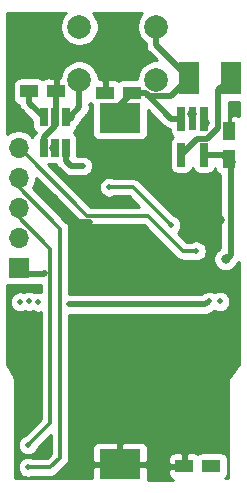
<source format=gbr>
G04 #@! TF.GenerationSoftware,KiCad,Pcbnew,(5.1.9)-1*
G04 #@! TF.CreationDate,2021-03-01T14:17:27+01:00*
G04 #@! TF.ProjectId,button timer v1.2.3_Coin_Cell[TPL5111],62757474-6f6e-4207-9469-6d6572207631,rev?*
G04 #@! TF.SameCoordinates,Original*
G04 #@! TF.FileFunction,Copper,L2,Bot*
G04 #@! TF.FilePolarity,Positive*
%FSLAX46Y46*%
G04 Gerber Fmt 4.6, Leading zero omitted, Abs format (unit mm)*
G04 Created by KiCad (PCBNEW (5.1.9)-1) date 2021-03-01 14:17:27*
%MOMM*%
%LPD*%
G01*
G04 APERTURE LIST*
G04 #@! TA.AperFunction,SMDPad,CuDef*
%ADD10R,0.650000X2.000000*%
G04 #@! TD*
G04 #@! TA.AperFunction,SMDPad,CuDef*
%ADD11C,0.150000*%
G04 #@! TD*
G04 #@! TA.AperFunction,SMDPad,CuDef*
%ADD12R,0.650000X1.500000*%
G04 #@! TD*
G04 #@! TA.AperFunction,SMDPad,CuDef*
%ADD13R,1.100000X1.500000*%
G04 #@! TD*
G04 #@! TA.AperFunction,SMDPad,CuDef*
%ADD14R,1.500000X1.100000*%
G04 #@! TD*
G04 #@! TA.AperFunction,ComponentPad*
%ADD15C,2.000000*%
G04 #@! TD*
G04 #@! TA.AperFunction,ComponentPad*
%ADD16O,1.700000X1.700000*%
G04 #@! TD*
G04 #@! TA.AperFunction,ComponentPad*
%ADD17R,1.700000X1.700000*%
G04 #@! TD*
G04 #@! TA.AperFunction,SMDPad,CuDef*
%ADD18R,1.778000X2.794000*%
G04 #@! TD*
G04 #@! TA.AperFunction,SMDPad,CuDef*
%ADD19R,3.510000X2.540000*%
G04 #@! TD*
G04 #@! TA.AperFunction,ViaPad*
%ADD20C,0.800000*%
G04 #@! TD*
G04 #@! TA.AperFunction,ViaPad*
%ADD21C,0.500000*%
G04 #@! TD*
G04 #@! TA.AperFunction,Conductor*
%ADD22C,0.500000*%
G04 #@! TD*
G04 #@! TA.AperFunction,Conductor*
%ADD23C,0.300000*%
G04 #@! TD*
G04 #@! TA.AperFunction,Conductor*
%ADD24C,0.254000*%
G04 #@! TD*
G04 #@! TA.AperFunction,Conductor*
%ADD25C,0.150000*%
G04 #@! TD*
G04 APERTURE END LIST*
D10*
G04 #@! TO.P,U1,5*
G04 #@! TO.N,Net-(L1-Pad2)*
X130980000Y-67220000D03*
G04 #@! TO.P,U1,4*
G04 #@! TO.N,/VCC*
X132880000Y-67220000D03*
G04 #@! TO.P,U1,3*
G04 #@! TO.N,Net-(Q1-Pad1)*
X132880000Y-64170000D03*
G04 #@! TA.AperFunction,SMDPad,CuDef*
D11*
G04 #@! TO.P,U1,2*
G04 #@! TO.N,/GND*
G36*
X131605000Y-63170000D02*
G01*
X132255000Y-63170000D01*
X132255000Y-65170000D01*
X131605000Y-65170000D01*
X131605000Y-63170000D01*
G37*
G04 #@! TD.AperFunction*
D10*
G04 #@! TO.P,U1,1*
G04 #@! TO.N,Net-(BT1-Pad1)*
X130980000Y-64170000D03*
G04 #@! TD*
D12*
G04 #@! TO.P,U3,5*
G04 #@! TO.N,Net-(R7-Pad1)*
X120270000Y-66640000D03*
G04 #@! TO.P,U3,6*
G04 #@! TO.N,/GND*
X119320000Y-66640000D03*
G04 #@! TO.P,U3,4*
G04 #@! TO.N,/GPIO4*
X121220000Y-66640000D03*
G04 #@! TO.P,U3,3*
G04 #@! TO.N,Net-(R6-Pad2)*
X121220000Y-64040000D03*
G04 #@! TO.P,U3,2*
G04 #@! TO.N,/GND*
X120270000Y-64040000D03*
G04 #@! TO.P,U3,1*
G04 #@! TO.N,Net-(BT1-Pad1)*
X119320000Y-64040000D03*
G04 #@! TD*
D13*
G04 #@! TO.P,C3,2*
G04 #@! TO.N,/GND*
X135000000Y-65250000D03*
G04 #@! TO.P,C3,1*
G04 #@! TO.N,/VCC*
X135000000Y-67550000D03*
G04 #@! TD*
D14*
G04 #@! TO.P,C5,2*
G04 #@! TO.N,Net-(BT1-Pad1)*
X118100000Y-61870000D03*
G04 #@! TO.P,C5,1*
G04 #@! TO.N,/GND*
X120400000Y-61870000D03*
G04 #@! TD*
G04 #@! TO.P,C1,2*
G04 #@! TO.N,Net-(BT1-Pad1)*
X126820000Y-62010000D03*
G04 #@! TO.P,C1,1*
G04 #@! TO.N,/GND*
X124520000Y-62010000D03*
G04 #@! TD*
G04 #@! TO.P,C2,2*
G04 #@! TO.N,/RST*
X133534800Y-93599000D03*
G04 #@! TO.P,C2,1*
G04 #@! TO.N,/GND*
X131234800Y-93599000D03*
G04 #@! TD*
D15*
G04 #@! TO.P,SW1,1*
G04 #@! TO.N,Net-(BT1-Pad1)*
X128850000Y-56380000D03*
G04 #@! TO.P,SW1,2*
G04 #@! TO.N,Net-(R6-Pad2)*
X128850000Y-60880000D03*
G04 #@! TO.P,SW1,1*
G04 #@! TO.N,Net-(BT1-Pad1)*
X122350000Y-56380000D03*
G04 #@! TO.P,SW1,2*
G04 #@! TO.N,Net-(R6-Pad2)*
X122350000Y-60880000D03*
G04 #@! TD*
D16*
G04 #@! TO.P,J1,5*
G04 #@! TO.N,/RST*
X117200000Y-66640000D03*
G04 #@! TO.P,J1,4*
G04 #@! TO.N,/TX*
X117200000Y-69180000D03*
G04 #@! TO.P,J1,3*
G04 #@! TO.N,/RX*
X117200000Y-71720000D03*
G04 #@! TO.P,J1,2*
G04 #@! TO.N,/GND*
X117200000Y-74260000D03*
D17*
G04 #@! TO.P,J1,1*
G04 #@! TO.N,/VCC*
X117200000Y-76800000D03*
G04 #@! TD*
D18*
G04 #@! TO.P,L1,1*
G04 #@! TO.N,Net-(BT1-Pad1)*
X131632000Y-60690000D03*
G04 #@! TO.P,L1,2*
G04 #@! TO.N,Net-(L1-Pad2)*
X135188000Y-60690000D03*
G04 #@! TD*
D19*
G04 #@! TO.P,BT1,2*
G04 #@! TO.N,/GND*
X125780800Y-93444200D03*
G04 #@! TO.P,BT1,1*
G04 #@! TO.N,Net-(BT1-Pad1)*
X125780800Y-64084200D03*
G04 #@! TD*
D20*
G04 #@! TO.N,/VCC*
X135175000Y-67850000D03*
X134721600Y-76053400D03*
D21*
X121500000Y-79900000D03*
X133350000Y-79650000D03*
X132400000Y-79900000D03*
X134250000Y-79650000D03*
X119400010Y-77239410D03*
G04 #@! TO.N,/GND*
X124400000Y-62000000D03*
X135100000Y-65300000D03*
X124100000Y-68100000D03*
X123100000Y-69900000D03*
X123275000Y-72925000D03*
X120325000Y-70775000D03*
X133300000Y-77300000D03*
X132800000Y-69075000D03*
D20*
X134275000Y-72775000D03*
X131425000Y-93675000D03*
X124875000Y-94050000D03*
X126050000Y-94075000D03*
X127025000Y-94125000D03*
X127025000Y-92875000D03*
X125975000Y-92875000D03*
X124800000Y-92875000D03*
X131900000Y-63775000D03*
X120400000Y-61870000D03*
D21*
X123300000Y-63000000D03*
G04 #@! TO.N,/RST*
X133300000Y-93650000D03*
X132257800Y-75368000D03*
G04 #@! TO.N,/RX*
X118000000Y-91800000D03*
G04 #@! TO.N,/TX*
X118000000Y-93700000D03*
G04 #@! TO.N,Net-(BT1-Pad1)*
X124500000Y-63400000D03*
X127100000Y-63400000D03*
X127100000Y-64900000D03*
X125900000Y-64800000D03*
X124600000Y-64800000D03*
X118100000Y-61870000D03*
G04 #@! TO.N,/GPIO4*
X122625000Y-68175000D03*
G04 #@! TO.N,Net-(D2-Pad2)*
X124875000Y-69975000D03*
X130100000Y-73200000D03*
D20*
G04 #@! TO.N,Net-(R6-Pad2)*
X121550000Y-64000000D03*
G04 #@! TO.N,Net-(R7-Pad1)*
X120200000Y-66675000D03*
G04 #@! TO.N,Net-(Q1-Pad1)*
X132975000Y-64525000D03*
D21*
G04 #@! TO.N,/GND_ESP*
X117325000Y-79675000D03*
X118825000Y-79700000D03*
X118100000Y-79650000D03*
G04 #@! TD*
D22*
G04 #@! TO.N,/VCC*
X134545000Y-67220000D02*
X135175000Y-67850000D01*
X132880000Y-67220000D02*
X134545000Y-67220000D01*
X135175000Y-67850000D02*
X135175000Y-75725000D01*
X135175000Y-75725000D02*
X134825000Y-76075000D01*
X121500000Y-79900000D02*
X132400000Y-79900000D01*
X133000000Y-79900000D02*
X133200000Y-79700000D01*
X132400000Y-79900000D02*
X133000000Y-79900000D01*
X116960000Y-77350000D02*
X119289420Y-77350000D01*
X119289420Y-77350000D02*
X119400010Y-77239410D01*
G04 #@! TO.N,/GND*
X120400000Y-63910000D02*
X120270000Y-64040000D01*
X120400000Y-61870000D02*
X120400000Y-63910000D01*
X120270000Y-64795002D02*
X120270000Y-64040000D01*
X119320000Y-65745002D02*
X120270000Y-64795002D01*
X119320000Y-66640000D02*
X119320000Y-65745002D01*
X120325000Y-70775000D02*
X120325000Y-71525000D01*
X121725000Y-72925000D02*
X123275000Y-72925000D01*
X120325000Y-71525000D02*
X121725000Y-72925000D01*
D23*
G04 #@! TO.N,/RST*
X116960000Y-67190000D02*
X117790000Y-67190000D01*
X123024999Y-72424999D02*
X128124999Y-72424999D01*
X117790000Y-67190000D02*
X123024999Y-72424999D01*
X128124999Y-72424999D02*
X131100000Y-75400000D01*
X131100000Y-75400000D02*
X132200000Y-75400000D01*
G04 #@! TO.N,/RX*
X118000000Y-91800000D02*
X119900011Y-89899989D01*
X119900011Y-89899989D02*
X119900011Y-75210011D01*
X119900011Y-75210011D02*
X116960000Y-72270000D01*
G04 #@! TO.N,/TX*
X119900000Y-93700000D02*
X118000000Y-93700000D01*
X120700000Y-92900000D02*
X119900000Y-93700000D01*
X120700000Y-73470000D02*
X120700000Y-92900000D01*
X116960000Y-69730000D02*
X120700000Y-73470000D01*
D22*
G04 #@! TO.N,Net-(BT1-Pad1)*
X125780800Y-63049200D02*
X126820000Y-62010000D01*
X125780800Y-64084200D02*
X125780800Y-63049200D01*
X126820000Y-62010000D02*
X127960000Y-62010000D01*
X130120000Y-64170000D02*
X130980000Y-64170000D01*
X127960000Y-62010000D02*
X130120000Y-64170000D01*
X128180001Y-62230001D02*
X127960000Y-62010000D01*
X130091999Y-62230001D02*
X128180001Y-62230001D01*
X131632000Y-60690000D02*
X130091999Y-62230001D01*
X118100000Y-62820000D02*
X119320000Y-64040000D01*
X118100000Y-61870000D02*
X118100000Y-61870000D01*
X128850000Y-57908000D02*
X131632000Y-60690000D01*
X128850000Y-56380000D02*
X128850000Y-57908000D01*
X118100000Y-61870000D02*
X118100000Y-62820000D01*
G04 #@! TO.N,Net-(L1-Pad2)*
X134099999Y-61778001D02*
X134099999Y-64950001D01*
X135188000Y-60690000D02*
X134099999Y-61778001D01*
X132330001Y-65869999D02*
X130980000Y-67220000D01*
X133180001Y-65869999D02*
X132330001Y-65869999D01*
X134099999Y-64950001D02*
X133180001Y-65869999D01*
G04 #@! TO.N,/GPIO4*
X121220000Y-66640000D02*
X121220000Y-67720000D01*
X121220000Y-67720000D02*
X121675000Y-68175000D01*
X121675000Y-68175000D02*
X122625000Y-68175000D01*
D23*
G04 #@! TO.N,Net-(D2-Pad2)*
X124875000Y-69975000D02*
X126875000Y-69975000D01*
X126875000Y-69975000D02*
X130100000Y-73200000D01*
D22*
G04 #@! TO.N,Net-(R6-Pad2)*
X122350000Y-63200000D02*
X121550000Y-64000000D01*
X122350000Y-60880000D02*
X122350000Y-63200000D01*
G04 #@! TD*
D24*
G04 #@! TO.N,/GND*
X131953000Y-92411138D02*
X131520550Y-92414000D01*
X131361800Y-92572750D01*
X131361800Y-93472000D01*
X131381800Y-93472000D01*
X131381800Y-93726000D01*
X131361800Y-93726000D01*
X131361800Y-93746000D01*
X131107800Y-93746000D01*
X131107800Y-93726000D01*
X130008550Y-93726000D01*
X129849800Y-93884750D01*
X129846728Y-94149000D01*
X129858988Y-94273482D01*
X129895298Y-94393180D01*
X129954263Y-94503494D01*
X130033615Y-94600185D01*
X130130306Y-94679537D01*
X130240620Y-94738502D01*
X130252151Y-94742000D01*
X128171134Y-94742000D01*
X128173872Y-94714200D01*
X128170800Y-93729950D01*
X128012050Y-93571200D01*
X125907800Y-93571200D01*
X125907800Y-93591200D01*
X125653800Y-93591200D01*
X125653800Y-93571200D01*
X125633800Y-93571200D01*
X125633800Y-93317200D01*
X125653800Y-93317200D01*
X125653800Y-93297200D01*
X125907800Y-93297200D01*
X125907800Y-93317200D01*
X128012050Y-93317200D01*
X128170800Y-93158450D01*
X128171141Y-93049000D01*
X129846728Y-93049000D01*
X129849800Y-93313250D01*
X130008550Y-93472000D01*
X131107800Y-93472000D01*
X131107800Y-92572750D01*
X130949050Y-92414000D01*
X130484800Y-92410928D01*
X130360318Y-92423188D01*
X130240620Y-92459498D01*
X130130306Y-92518463D01*
X130033615Y-92597815D01*
X129954263Y-92694506D01*
X129895298Y-92804820D01*
X129858988Y-92924518D01*
X129846728Y-93049000D01*
X128171141Y-93049000D01*
X128173785Y-92202000D01*
X131953000Y-92202000D01*
X131953000Y-92411138D01*
G04 #@! TA.AperFunction,Conductor*
D25*
G36*
X131953000Y-92411138D02*
G01*
X131520550Y-92414000D01*
X131361800Y-92572750D01*
X131361800Y-93472000D01*
X131381800Y-93472000D01*
X131381800Y-93726000D01*
X131361800Y-93726000D01*
X131361800Y-93746000D01*
X131107800Y-93746000D01*
X131107800Y-93726000D01*
X130008550Y-93726000D01*
X129849800Y-93884750D01*
X129846728Y-94149000D01*
X129858988Y-94273482D01*
X129895298Y-94393180D01*
X129954263Y-94503494D01*
X130033615Y-94600185D01*
X130130306Y-94679537D01*
X130240620Y-94738502D01*
X130252151Y-94742000D01*
X128171134Y-94742000D01*
X128173872Y-94714200D01*
X128170800Y-93729950D01*
X128012050Y-93571200D01*
X125907800Y-93571200D01*
X125907800Y-93591200D01*
X125653800Y-93591200D01*
X125653800Y-93571200D01*
X125633800Y-93571200D01*
X125633800Y-93317200D01*
X125653800Y-93317200D01*
X125653800Y-93297200D01*
X125907800Y-93297200D01*
X125907800Y-93317200D01*
X128012050Y-93317200D01*
X128170800Y-93158450D01*
X128171141Y-93049000D01*
X129846728Y-93049000D01*
X129849800Y-93313250D01*
X130008550Y-93472000D01*
X131107800Y-93472000D01*
X131107800Y-92572750D01*
X130949050Y-92414000D01*
X130484800Y-92410928D01*
X130360318Y-92423188D01*
X130240620Y-92459498D01*
X130130306Y-92518463D01*
X130033615Y-92597815D01*
X129954263Y-92694506D01*
X129895298Y-92804820D01*
X129858988Y-92924518D01*
X129846728Y-93049000D01*
X128171141Y-93049000D01*
X128173785Y-92202000D01*
X131953000Y-92202000D01*
X131953000Y-92411138D01*
G37*
G04 #@! TD.AperFunction*
G04 #@! TD*
D24*
G04 #@! TO.N,/GND*
X123239463Y-62914494D02*
X123318815Y-63011185D01*
X123387728Y-63067740D01*
X123387728Y-65354200D01*
X123399988Y-65478682D01*
X123436298Y-65598380D01*
X123495263Y-65708694D01*
X123574615Y-65805385D01*
X123671306Y-65884737D01*
X123781620Y-65943702D01*
X123901318Y-65980012D01*
X124025800Y-65992272D01*
X127535800Y-65992272D01*
X127660282Y-65980012D01*
X127779980Y-65943702D01*
X127890294Y-65884737D01*
X127986985Y-65805385D01*
X128066337Y-65708694D01*
X128125302Y-65598380D01*
X128161612Y-65478682D01*
X128173872Y-65354200D01*
X128173872Y-63475450D01*
X129463470Y-64765049D01*
X129491183Y-64798817D01*
X129524951Y-64826530D01*
X129524953Y-64826532D01*
X129596452Y-64885210D01*
X129625941Y-64909411D01*
X129779687Y-64991589D01*
X129946510Y-65042195D01*
X130016928Y-65049130D01*
X130016928Y-65170000D01*
X130029188Y-65294482D01*
X130065498Y-65414180D01*
X130124463Y-65524494D01*
X130203815Y-65621185D01*
X130293759Y-65695000D01*
X130203815Y-65768815D01*
X130124463Y-65865506D01*
X130065498Y-65975820D01*
X130029188Y-66095518D01*
X130016928Y-66220000D01*
X130016928Y-68220000D01*
X130029188Y-68344482D01*
X130065498Y-68464180D01*
X130124463Y-68574494D01*
X130203815Y-68671185D01*
X130300506Y-68750537D01*
X130410820Y-68809502D01*
X130530518Y-68845812D01*
X130655000Y-68858072D01*
X131305000Y-68858072D01*
X131429482Y-68845812D01*
X131549180Y-68809502D01*
X131659494Y-68750537D01*
X131756185Y-68671185D01*
X131835537Y-68574494D01*
X131894502Y-68464180D01*
X131930000Y-68347159D01*
X131965498Y-68464180D01*
X132024463Y-68574494D01*
X132103815Y-68671185D01*
X132200506Y-68750537D01*
X132310820Y-68809502D01*
X132430518Y-68845812D01*
X132555000Y-68858072D01*
X133205000Y-68858072D01*
X133329482Y-68845812D01*
X133449180Y-68809502D01*
X133559494Y-68750537D01*
X133656185Y-68671185D01*
X133735537Y-68574494D01*
X133794502Y-68464180D01*
X133819864Y-68380574D01*
X133824188Y-68424482D01*
X133860498Y-68544180D01*
X133919463Y-68654494D01*
X133998815Y-68751185D01*
X134095506Y-68830537D01*
X134205820Y-68889502D01*
X134290000Y-68915038D01*
X134290001Y-75111898D01*
X134231344Y-75136195D01*
X134061826Y-75249463D01*
X133917663Y-75393626D01*
X133804395Y-75563144D01*
X133726374Y-75751502D01*
X133686600Y-75951461D01*
X133686600Y-76155339D01*
X133726374Y-76355298D01*
X133804395Y-76543656D01*
X133917663Y-76713174D01*
X134061826Y-76857337D01*
X134231344Y-76970605D01*
X134419702Y-77048626D01*
X134619661Y-77088400D01*
X134823539Y-77088400D01*
X135023498Y-77048626D01*
X135211856Y-76970605D01*
X135381374Y-76857337D01*
X135525537Y-76713174D01*
X135638805Y-76543656D01*
X135660643Y-76490935D01*
X135770044Y-76381534D01*
X135803817Y-76353817D01*
X135840001Y-76309727D01*
X135840001Y-78071344D01*
X135840000Y-78071354D01*
X135840001Y-80611344D01*
X135840000Y-80611354D01*
X135840001Y-84917666D01*
X135200464Y-85831291D01*
X135149289Y-85873290D01*
X135063688Y-85977594D01*
X135000081Y-86096595D01*
X134960912Y-86225718D01*
X134951000Y-86326354D01*
X134951001Y-94623000D01*
X134708185Y-94623000D01*
X134735985Y-94600185D01*
X134815337Y-94503494D01*
X134874302Y-94393180D01*
X134910612Y-94273482D01*
X134922872Y-94149000D01*
X134922872Y-93049000D01*
X134910612Y-92924518D01*
X134874302Y-92804820D01*
X134815337Y-92694506D01*
X134735985Y-92597815D01*
X134639294Y-92518463D01*
X134528980Y-92459498D01*
X134409282Y-92423188D01*
X134284800Y-92410928D01*
X132784800Y-92410928D01*
X132660318Y-92423188D01*
X132540620Y-92459498D01*
X132430306Y-92518463D01*
X132384800Y-92555809D01*
X132339294Y-92518463D01*
X132228980Y-92459498D01*
X132109282Y-92423188D01*
X131984800Y-92410928D01*
X131520550Y-92414000D01*
X131361800Y-92572750D01*
X131361800Y-93472000D01*
X131381800Y-93472000D01*
X131381800Y-93726000D01*
X131361800Y-93726000D01*
X131361800Y-93746000D01*
X131107800Y-93746000D01*
X131107800Y-93726000D01*
X130008550Y-93726000D01*
X129849800Y-93884750D01*
X129846728Y-94149000D01*
X129858988Y-94273482D01*
X129895298Y-94393180D01*
X129954263Y-94503494D01*
X130033615Y-94600185D01*
X130061415Y-94623000D01*
X128173587Y-94623000D01*
X128170800Y-93729950D01*
X128012050Y-93571200D01*
X125907800Y-93571200D01*
X125907800Y-93591200D01*
X125653800Y-93591200D01*
X125653800Y-93571200D01*
X123549550Y-93571200D01*
X123390800Y-93729950D01*
X123388013Y-94623000D01*
X116890000Y-94623000D01*
X116890000Y-86326353D01*
X116880088Y-86225717D01*
X116840919Y-86096594D01*
X116777312Y-85977593D01*
X116725198Y-85914093D01*
X116255000Y-84907054D01*
X116255000Y-78278716D01*
X116350000Y-78288072D01*
X118050000Y-78288072D01*
X118174482Y-78275812D01*
X118294180Y-78239502D01*
X118302603Y-78235000D01*
X119115012Y-78235000D01*
X119115012Y-78862210D01*
X119083145Y-78849010D01*
X118912165Y-78815000D01*
X118737835Y-78815000D01*
X118566855Y-78849010D01*
X118521999Y-78867590D01*
X118519205Y-78865723D01*
X118358145Y-78799010D01*
X118187165Y-78765000D01*
X118012835Y-78765000D01*
X117841855Y-78799010D01*
X117682322Y-78865090D01*
X117583145Y-78824010D01*
X117412165Y-78790000D01*
X117237835Y-78790000D01*
X117066855Y-78824010D01*
X116905795Y-78890723D01*
X116760845Y-78987576D01*
X116637576Y-79110845D01*
X116540723Y-79255795D01*
X116474010Y-79416855D01*
X116440000Y-79587835D01*
X116440000Y-79762165D01*
X116474010Y-79933145D01*
X116540723Y-80094205D01*
X116637576Y-80239155D01*
X116760845Y-80362424D01*
X116905795Y-80459277D01*
X117066855Y-80525990D01*
X117237835Y-80560000D01*
X117412165Y-80560000D01*
X117583145Y-80525990D01*
X117742678Y-80459910D01*
X117841855Y-80500990D01*
X118012835Y-80535000D01*
X118187165Y-80535000D01*
X118358145Y-80500990D01*
X118403001Y-80482410D01*
X118405795Y-80484277D01*
X118566855Y-80550990D01*
X118737835Y-80585000D01*
X118912165Y-80585000D01*
X119083145Y-80550990D01*
X119115012Y-80537790D01*
X119115011Y-89574831D01*
X117740110Y-90949733D01*
X117580795Y-91015723D01*
X117435845Y-91112576D01*
X117312576Y-91235845D01*
X117215723Y-91380795D01*
X117149010Y-91541855D01*
X117115000Y-91712835D01*
X117115000Y-91887165D01*
X117149010Y-92058145D01*
X117215723Y-92219205D01*
X117312576Y-92364155D01*
X117435845Y-92487424D01*
X117580795Y-92584277D01*
X117741855Y-92650990D01*
X117912835Y-92685000D01*
X118087165Y-92685000D01*
X118258145Y-92650990D01*
X118419205Y-92584277D01*
X118564155Y-92487424D01*
X118687424Y-92364155D01*
X118784277Y-92219205D01*
X118850267Y-92059890D01*
X119915001Y-90995157D01*
X119915001Y-92574842D01*
X119574843Y-92915000D01*
X118417460Y-92915000D01*
X118258145Y-92849010D01*
X118087165Y-92815000D01*
X117912835Y-92815000D01*
X117741855Y-92849010D01*
X117580795Y-92915723D01*
X117435845Y-93012576D01*
X117312576Y-93135845D01*
X117215723Y-93280795D01*
X117149010Y-93441855D01*
X117115000Y-93612835D01*
X117115000Y-93787165D01*
X117149010Y-93958145D01*
X117215723Y-94119205D01*
X117312576Y-94264155D01*
X117435845Y-94387424D01*
X117580795Y-94484277D01*
X117741855Y-94550990D01*
X117912835Y-94585000D01*
X118087165Y-94585000D01*
X118258145Y-94550990D01*
X118417460Y-94485000D01*
X119861447Y-94485000D01*
X119900000Y-94488797D01*
X119938553Y-94485000D01*
X119938561Y-94485000D01*
X120053887Y-94473641D01*
X120201860Y-94428754D01*
X120338233Y-94355862D01*
X120457764Y-94257764D01*
X120482347Y-94227810D01*
X121227810Y-93482347D01*
X121257764Y-93457764D01*
X121355862Y-93338233D01*
X121428754Y-93201860D01*
X121437755Y-93172188D01*
X121473642Y-93053887D01*
X121481781Y-92971246D01*
X121485000Y-92938561D01*
X121485000Y-92938556D01*
X121488797Y-92900000D01*
X121485000Y-92861444D01*
X121485000Y-92174200D01*
X123387728Y-92174200D01*
X123390800Y-93158450D01*
X123549550Y-93317200D01*
X125653800Y-93317200D01*
X125653800Y-91697950D01*
X125907800Y-91697950D01*
X125907800Y-93317200D01*
X128012050Y-93317200D01*
X128170800Y-93158450D01*
X128171141Y-93049000D01*
X129846728Y-93049000D01*
X129849800Y-93313250D01*
X130008550Y-93472000D01*
X131107800Y-93472000D01*
X131107800Y-92572750D01*
X130949050Y-92414000D01*
X130484800Y-92410928D01*
X130360318Y-92423188D01*
X130240620Y-92459498D01*
X130130306Y-92518463D01*
X130033615Y-92597815D01*
X129954263Y-92694506D01*
X129895298Y-92804820D01*
X129858988Y-92924518D01*
X129846728Y-93049000D01*
X128171141Y-93049000D01*
X128173872Y-92174200D01*
X128161612Y-92049718D01*
X128125302Y-91930020D01*
X128066337Y-91819706D01*
X127986985Y-91723015D01*
X127890294Y-91643663D01*
X127779980Y-91584698D01*
X127660282Y-91548388D01*
X127535800Y-91536128D01*
X126066550Y-91539200D01*
X125907800Y-91697950D01*
X125653800Y-91697950D01*
X125495050Y-91539200D01*
X124025800Y-91536128D01*
X123901318Y-91548388D01*
X123781620Y-91584698D01*
X123671306Y-91643663D01*
X123574615Y-91723015D01*
X123495263Y-91819706D01*
X123436298Y-91930020D01*
X123399988Y-92049718D01*
X123387728Y-92174200D01*
X121485000Y-92174200D01*
X121485000Y-80785000D01*
X132956531Y-80785000D01*
X133000000Y-80789281D01*
X133043469Y-80785000D01*
X133043477Y-80785000D01*
X133173490Y-80772195D01*
X133340313Y-80721589D01*
X133494059Y-80639411D01*
X133628817Y-80528817D01*
X133656534Y-80495044D01*
X133680600Y-80470978D01*
X133769205Y-80434277D01*
X133800000Y-80413700D01*
X133830795Y-80434277D01*
X133991855Y-80500990D01*
X134162835Y-80535000D01*
X134337165Y-80535000D01*
X134508145Y-80500990D01*
X134669205Y-80434277D01*
X134814155Y-80337424D01*
X134937424Y-80214155D01*
X135034277Y-80069205D01*
X135100990Y-79908145D01*
X135135000Y-79737165D01*
X135135000Y-79562835D01*
X135100990Y-79391855D01*
X135034277Y-79230795D01*
X134937424Y-79085845D01*
X134814155Y-78962576D01*
X134669205Y-78865723D01*
X134508145Y-78799010D01*
X134337165Y-78765000D01*
X134162835Y-78765000D01*
X133991855Y-78799010D01*
X133830795Y-78865723D01*
X133800000Y-78886300D01*
X133769205Y-78865723D01*
X133608145Y-78799010D01*
X133437165Y-78765000D01*
X133262835Y-78765000D01*
X133091855Y-78799010D01*
X133010919Y-78832535D01*
X132859687Y-78878412D01*
X132705942Y-78960589D01*
X132639642Y-79015000D01*
X121485000Y-79015000D01*
X121485000Y-73508556D01*
X121488797Y-73470000D01*
X121485000Y-73431440D01*
X121485000Y-73431439D01*
X121477362Y-73353887D01*
X121473642Y-73316113D01*
X121428754Y-73168140D01*
X121399193Y-73112835D01*
X121355862Y-73031767D01*
X121257764Y-72912236D01*
X121227811Y-72887654D01*
X118398862Y-70058705D01*
X118515990Y-69883411D01*
X118627932Y-69613158D01*
X118685000Y-69326260D01*
X118685000Y-69195157D01*
X122442652Y-72952809D01*
X122467235Y-72982763D01*
X122586766Y-73080861D01*
X122712249Y-73147932D01*
X122723139Y-73153753D01*
X122871112Y-73198641D01*
X122946025Y-73206019D01*
X122986438Y-73209999D01*
X122986443Y-73209999D01*
X123024999Y-73213796D01*
X123063555Y-73209999D01*
X127799842Y-73209999D01*
X130517653Y-75927810D01*
X130542236Y-75957764D01*
X130661767Y-76055862D01*
X130798140Y-76128754D01*
X130946113Y-76173642D01*
X131021026Y-76181020D01*
X131061439Y-76185000D01*
X131061444Y-76185000D01*
X131100000Y-76188797D01*
X131138556Y-76185000D01*
X131917596Y-76185000D01*
X131999655Y-76218990D01*
X132170635Y-76253000D01*
X132344965Y-76253000D01*
X132515945Y-76218990D01*
X132677005Y-76152277D01*
X132821955Y-76055424D01*
X132945224Y-75932155D01*
X133042077Y-75787205D01*
X133108790Y-75626145D01*
X133142800Y-75455165D01*
X133142800Y-75280835D01*
X133108790Y-75109855D01*
X133042077Y-74948795D01*
X132945224Y-74803845D01*
X132821955Y-74680576D01*
X132677005Y-74583723D01*
X132515945Y-74517010D01*
X132344965Y-74483000D01*
X132170635Y-74483000D01*
X131999655Y-74517010D01*
X131838595Y-74583723D01*
X131791786Y-74615000D01*
X131425157Y-74615000D01*
X130680868Y-73870711D01*
X130787424Y-73764155D01*
X130884277Y-73619205D01*
X130950990Y-73458145D01*
X130985000Y-73287165D01*
X130985000Y-73112835D01*
X130950990Y-72941855D01*
X130884277Y-72780795D01*
X130787424Y-72635845D01*
X130664155Y-72512576D01*
X130519205Y-72415723D01*
X130359890Y-72349733D01*
X127457347Y-69447190D01*
X127432764Y-69417236D01*
X127313233Y-69319138D01*
X127176860Y-69246246D01*
X127028887Y-69201359D01*
X126913561Y-69190000D01*
X126913553Y-69190000D01*
X126875000Y-69186203D01*
X126836447Y-69190000D01*
X125292460Y-69190000D01*
X125133145Y-69124010D01*
X124962165Y-69090000D01*
X124787835Y-69090000D01*
X124616855Y-69124010D01*
X124455795Y-69190723D01*
X124310845Y-69287576D01*
X124187576Y-69410845D01*
X124090723Y-69555795D01*
X124024010Y-69716855D01*
X123990000Y-69887835D01*
X123990000Y-70062165D01*
X124024010Y-70233145D01*
X124090723Y-70394205D01*
X124187576Y-70539155D01*
X124310845Y-70662424D01*
X124455795Y-70759277D01*
X124616855Y-70825990D01*
X124787835Y-70860000D01*
X124962165Y-70860000D01*
X125133145Y-70825990D01*
X125292460Y-70760000D01*
X126549843Y-70760000D01*
X127429842Y-71639999D01*
X123350156Y-71639999D01*
X119729870Y-68019713D01*
X119769482Y-68015812D01*
X119795000Y-68008071D01*
X119820518Y-68015812D01*
X119945000Y-68028072D01*
X120388631Y-68028072D01*
X120398412Y-68060313D01*
X120480590Y-68214059D01*
X120563468Y-68315046D01*
X120563471Y-68315049D01*
X120591184Y-68348817D01*
X120624952Y-68376530D01*
X121018466Y-68770044D01*
X121046183Y-68803817D01*
X121180941Y-68914411D01*
X121334687Y-68996589D01*
X121501510Y-69047195D01*
X121631523Y-69060000D01*
X121631533Y-69060000D01*
X121674999Y-69064281D01*
X121718465Y-69060000D01*
X122712165Y-69060000D01*
X122755013Y-69051477D01*
X122798490Y-69047195D01*
X122840295Y-69034513D01*
X122883145Y-69025990D01*
X122923513Y-69009269D01*
X122965313Y-68996589D01*
X123003835Y-68975999D01*
X123044205Y-68959277D01*
X123080533Y-68935004D01*
X123119059Y-68914411D01*
X123152829Y-68886696D01*
X123189155Y-68862424D01*
X123220049Y-68831530D01*
X123253817Y-68803817D01*
X123281530Y-68770049D01*
X123312424Y-68739155D01*
X123336696Y-68702829D01*
X123364411Y-68669059D01*
X123385004Y-68630533D01*
X123409277Y-68594205D01*
X123425999Y-68553835D01*
X123446589Y-68515313D01*
X123459269Y-68473513D01*
X123475990Y-68433145D01*
X123484513Y-68390295D01*
X123497195Y-68348490D01*
X123501477Y-68305013D01*
X123510000Y-68262165D01*
X123510000Y-68218477D01*
X123514282Y-68175000D01*
X123510000Y-68131523D01*
X123510000Y-68087835D01*
X123501477Y-68044987D01*
X123497195Y-68001510D01*
X123484513Y-67959705D01*
X123475990Y-67916855D01*
X123459269Y-67876487D01*
X123446589Y-67834687D01*
X123425999Y-67796165D01*
X123409277Y-67755795D01*
X123385004Y-67719467D01*
X123364411Y-67680941D01*
X123336696Y-67647171D01*
X123312424Y-67610845D01*
X123281530Y-67579951D01*
X123253817Y-67546183D01*
X123220049Y-67518470D01*
X123189155Y-67487576D01*
X123152829Y-67463304D01*
X123119059Y-67435589D01*
X123080533Y-67414996D01*
X123044205Y-67390723D01*
X123003835Y-67374001D01*
X122965313Y-67353411D01*
X122923513Y-67340731D01*
X122883145Y-67324010D01*
X122840295Y-67315487D01*
X122798490Y-67302805D01*
X122755013Y-67298523D01*
X122712165Y-67290000D01*
X122183072Y-67290000D01*
X122183072Y-65890000D01*
X122170812Y-65765518D01*
X122134502Y-65645820D01*
X122075537Y-65535506D01*
X121996185Y-65438815D01*
X121899494Y-65359463D01*
X121863082Y-65340000D01*
X121899494Y-65320537D01*
X121996185Y-65241185D01*
X122075537Y-65144494D01*
X122134502Y-65034180D01*
X122170812Y-64914482D01*
X122179722Y-64824017D01*
X122209774Y-64803937D01*
X122353937Y-64659774D01*
X122467205Y-64490256D01*
X122545226Y-64301898D01*
X122556535Y-64245044D01*
X122945049Y-63856530D01*
X122978817Y-63828817D01*
X123011815Y-63788610D01*
X123089411Y-63694059D01*
X123090407Y-63692195D01*
X123171589Y-63540313D01*
X123222195Y-63373490D01*
X123235000Y-63243477D01*
X123235000Y-63243469D01*
X123239281Y-63200000D01*
X123235000Y-63156531D01*
X123235000Y-62906144D01*
X123239463Y-62914494D01*
G04 #@! TA.AperFunction,Conductor*
D25*
G36*
X123239463Y-62914494D02*
G01*
X123318815Y-63011185D01*
X123387728Y-63067740D01*
X123387728Y-65354200D01*
X123399988Y-65478682D01*
X123436298Y-65598380D01*
X123495263Y-65708694D01*
X123574615Y-65805385D01*
X123671306Y-65884737D01*
X123781620Y-65943702D01*
X123901318Y-65980012D01*
X124025800Y-65992272D01*
X127535800Y-65992272D01*
X127660282Y-65980012D01*
X127779980Y-65943702D01*
X127890294Y-65884737D01*
X127986985Y-65805385D01*
X128066337Y-65708694D01*
X128125302Y-65598380D01*
X128161612Y-65478682D01*
X128173872Y-65354200D01*
X128173872Y-63475450D01*
X129463470Y-64765049D01*
X129491183Y-64798817D01*
X129524951Y-64826530D01*
X129524953Y-64826532D01*
X129596452Y-64885210D01*
X129625941Y-64909411D01*
X129779687Y-64991589D01*
X129946510Y-65042195D01*
X130016928Y-65049130D01*
X130016928Y-65170000D01*
X130029188Y-65294482D01*
X130065498Y-65414180D01*
X130124463Y-65524494D01*
X130203815Y-65621185D01*
X130293759Y-65695000D01*
X130203815Y-65768815D01*
X130124463Y-65865506D01*
X130065498Y-65975820D01*
X130029188Y-66095518D01*
X130016928Y-66220000D01*
X130016928Y-68220000D01*
X130029188Y-68344482D01*
X130065498Y-68464180D01*
X130124463Y-68574494D01*
X130203815Y-68671185D01*
X130300506Y-68750537D01*
X130410820Y-68809502D01*
X130530518Y-68845812D01*
X130655000Y-68858072D01*
X131305000Y-68858072D01*
X131429482Y-68845812D01*
X131549180Y-68809502D01*
X131659494Y-68750537D01*
X131756185Y-68671185D01*
X131835537Y-68574494D01*
X131894502Y-68464180D01*
X131930000Y-68347159D01*
X131965498Y-68464180D01*
X132024463Y-68574494D01*
X132103815Y-68671185D01*
X132200506Y-68750537D01*
X132310820Y-68809502D01*
X132430518Y-68845812D01*
X132555000Y-68858072D01*
X133205000Y-68858072D01*
X133329482Y-68845812D01*
X133449180Y-68809502D01*
X133559494Y-68750537D01*
X133656185Y-68671185D01*
X133735537Y-68574494D01*
X133794502Y-68464180D01*
X133819864Y-68380574D01*
X133824188Y-68424482D01*
X133860498Y-68544180D01*
X133919463Y-68654494D01*
X133998815Y-68751185D01*
X134095506Y-68830537D01*
X134205820Y-68889502D01*
X134290000Y-68915038D01*
X134290001Y-75111898D01*
X134231344Y-75136195D01*
X134061826Y-75249463D01*
X133917663Y-75393626D01*
X133804395Y-75563144D01*
X133726374Y-75751502D01*
X133686600Y-75951461D01*
X133686600Y-76155339D01*
X133726374Y-76355298D01*
X133804395Y-76543656D01*
X133917663Y-76713174D01*
X134061826Y-76857337D01*
X134231344Y-76970605D01*
X134419702Y-77048626D01*
X134619661Y-77088400D01*
X134823539Y-77088400D01*
X135023498Y-77048626D01*
X135211856Y-76970605D01*
X135381374Y-76857337D01*
X135525537Y-76713174D01*
X135638805Y-76543656D01*
X135660643Y-76490935D01*
X135770044Y-76381534D01*
X135803817Y-76353817D01*
X135840001Y-76309727D01*
X135840001Y-78071344D01*
X135840000Y-78071354D01*
X135840001Y-80611344D01*
X135840000Y-80611354D01*
X135840001Y-84917666D01*
X135200464Y-85831291D01*
X135149289Y-85873290D01*
X135063688Y-85977594D01*
X135000081Y-86096595D01*
X134960912Y-86225718D01*
X134951000Y-86326354D01*
X134951001Y-94623000D01*
X134708185Y-94623000D01*
X134735985Y-94600185D01*
X134815337Y-94503494D01*
X134874302Y-94393180D01*
X134910612Y-94273482D01*
X134922872Y-94149000D01*
X134922872Y-93049000D01*
X134910612Y-92924518D01*
X134874302Y-92804820D01*
X134815337Y-92694506D01*
X134735985Y-92597815D01*
X134639294Y-92518463D01*
X134528980Y-92459498D01*
X134409282Y-92423188D01*
X134284800Y-92410928D01*
X132784800Y-92410928D01*
X132660318Y-92423188D01*
X132540620Y-92459498D01*
X132430306Y-92518463D01*
X132384800Y-92555809D01*
X132339294Y-92518463D01*
X132228980Y-92459498D01*
X132109282Y-92423188D01*
X131984800Y-92410928D01*
X131520550Y-92414000D01*
X131361800Y-92572750D01*
X131361800Y-93472000D01*
X131381800Y-93472000D01*
X131381800Y-93726000D01*
X131361800Y-93726000D01*
X131361800Y-93746000D01*
X131107800Y-93746000D01*
X131107800Y-93726000D01*
X130008550Y-93726000D01*
X129849800Y-93884750D01*
X129846728Y-94149000D01*
X129858988Y-94273482D01*
X129895298Y-94393180D01*
X129954263Y-94503494D01*
X130033615Y-94600185D01*
X130061415Y-94623000D01*
X128173587Y-94623000D01*
X128170800Y-93729950D01*
X128012050Y-93571200D01*
X125907800Y-93571200D01*
X125907800Y-93591200D01*
X125653800Y-93591200D01*
X125653800Y-93571200D01*
X123549550Y-93571200D01*
X123390800Y-93729950D01*
X123388013Y-94623000D01*
X116890000Y-94623000D01*
X116890000Y-86326353D01*
X116880088Y-86225717D01*
X116840919Y-86096594D01*
X116777312Y-85977593D01*
X116725198Y-85914093D01*
X116255000Y-84907054D01*
X116255000Y-78278716D01*
X116350000Y-78288072D01*
X118050000Y-78288072D01*
X118174482Y-78275812D01*
X118294180Y-78239502D01*
X118302603Y-78235000D01*
X119115012Y-78235000D01*
X119115012Y-78862210D01*
X119083145Y-78849010D01*
X118912165Y-78815000D01*
X118737835Y-78815000D01*
X118566855Y-78849010D01*
X118521999Y-78867590D01*
X118519205Y-78865723D01*
X118358145Y-78799010D01*
X118187165Y-78765000D01*
X118012835Y-78765000D01*
X117841855Y-78799010D01*
X117682322Y-78865090D01*
X117583145Y-78824010D01*
X117412165Y-78790000D01*
X117237835Y-78790000D01*
X117066855Y-78824010D01*
X116905795Y-78890723D01*
X116760845Y-78987576D01*
X116637576Y-79110845D01*
X116540723Y-79255795D01*
X116474010Y-79416855D01*
X116440000Y-79587835D01*
X116440000Y-79762165D01*
X116474010Y-79933145D01*
X116540723Y-80094205D01*
X116637576Y-80239155D01*
X116760845Y-80362424D01*
X116905795Y-80459277D01*
X117066855Y-80525990D01*
X117237835Y-80560000D01*
X117412165Y-80560000D01*
X117583145Y-80525990D01*
X117742678Y-80459910D01*
X117841855Y-80500990D01*
X118012835Y-80535000D01*
X118187165Y-80535000D01*
X118358145Y-80500990D01*
X118403001Y-80482410D01*
X118405795Y-80484277D01*
X118566855Y-80550990D01*
X118737835Y-80585000D01*
X118912165Y-80585000D01*
X119083145Y-80550990D01*
X119115012Y-80537790D01*
X119115011Y-89574831D01*
X117740110Y-90949733D01*
X117580795Y-91015723D01*
X117435845Y-91112576D01*
X117312576Y-91235845D01*
X117215723Y-91380795D01*
X117149010Y-91541855D01*
X117115000Y-91712835D01*
X117115000Y-91887165D01*
X117149010Y-92058145D01*
X117215723Y-92219205D01*
X117312576Y-92364155D01*
X117435845Y-92487424D01*
X117580795Y-92584277D01*
X117741855Y-92650990D01*
X117912835Y-92685000D01*
X118087165Y-92685000D01*
X118258145Y-92650990D01*
X118419205Y-92584277D01*
X118564155Y-92487424D01*
X118687424Y-92364155D01*
X118784277Y-92219205D01*
X118850267Y-92059890D01*
X119915001Y-90995157D01*
X119915001Y-92574842D01*
X119574843Y-92915000D01*
X118417460Y-92915000D01*
X118258145Y-92849010D01*
X118087165Y-92815000D01*
X117912835Y-92815000D01*
X117741855Y-92849010D01*
X117580795Y-92915723D01*
X117435845Y-93012576D01*
X117312576Y-93135845D01*
X117215723Y-93280795D01*
X117149010Y-93441855D01*
X117115000Y-93612835D01*
X117115000Y-93787165D01*
X117149010Y-93958145D01*
X117215723Y-94119205D01*
X117312576Y-94264155D01*
X117435845Y-94387424D01*
X117580795Y-94484277D01*
X117741855Y-94550990D01*
X117912835Y-94585000D01*
X118087165Y-94585000D01*
X118258145Y-94550990D01*
X118417460Y-94485000D01*
X119861447Y-94485000D01*
X119900000Y-94488797D01*
X119938553Y-94485000D01*
X119938561Y-94485000D01*
X120053887Y-94473641D01*
X120201860Y-94428754D01*
X120338233Y-94355862D01*
X120457764Y-94257764D01*
X120482347Y-94227810D01*
X121227810Y-93482347D01*
X121257764Y-93457764D01*
X121355862Y-93338233D01*
X121428754Y-93201860D01*
X121437755Y-93172188D01*
X121473642Y-93053887D01*
X121481781Y-92971246D01*
X121485000Y-92938561D01*
X121485000Y-92938556D01*
X121488797Y-92900000D01*
X121485000Y-92861444D01*
X121485000Y-92174200D01*
X123387728Y-92174200D01*
X123390800Y-93158450D01*
X123549550Y-93317200D01*
X125653800Y-93317200D01*
X125653800Y-91697950D01*
X125907800Y-91697950D01*
X125907800Y-93317200D01*
X128012050Y-93317200D01*
X128170800Y-93158450D01*
X128171141Y-93049000D01*
X129846728Y-93049000D01*
X129849800Y-93313250D01*
X130008550Y-93472000D01*
X131107800Y-93472000D01*
X131107800Y-92572750D01*
X130949050Y-92414000D01*
X130484800Y-92410928D01*
X130360318Y-92423188D01*
X130240620Y-92459498D01*
X130130306Y-92518463D01*
X130033615Y-92597815D01*
X129954263Y-92694506D01*
X129895298Y-92804820D01*
X129858988Y-92924518D01*
X129846728Y-93049000D01*
X128171141Y-93049000D01*
X128173872Y-92174200D01*
X128161612Y-92049718D01*
X128125302Y-91930020D01*
X128066337Y-91819706D01*
X127986985Y-91723015D01*
X127890294Y-91643663D01*
X127779980Y-91584698D01*
X127660282Y-91548388D01*
X127535800Y-91536128D01*
X126066550Y-91539200D01*
X125907800Y-91697950D01*
X125653800Y-91697950D01*
X125495050Y-91539200D01*
X124025800Y-91536128D01*
X123901318Y-91548388D01*
X123781620Y-91584698D01*
X123671306Y-91643663D01*
X123574615Y-91723015D01*
X123495263Y-91819706D01*
X123436298Y-91930020D01*
X123399988Y-92049718D01*
X123387728Y-92174200D01*
X121485000Y-92174200D01*
X121485000Y-80785000D01*
X132956531Y-80785000D01*
X133000000Y-80789281D01*
X133043469Y-80785000D01*
X133043477Y-80785000D01*
X133173490Y-80772195D01*
X133340313Y-80721589D01*
X133494059Y-80639411D01*
X133628817Y-80528817D01*
X133656534Y-80495044D01*
X133680600Y-80470978D01*
X133769205Y-80434277D01*
X133800000Y-80413700D01*
X133830795Y-80434277D01*
X133991855Y-80500990D01*
X134162835Y-80535000D01*
X134337165Y-80535000D01*
X134508145Y-80500990D01*
X134669205Y-80434277D01*
X134814155Y-80337424D01*
X134937424Y-80214155D01*
X135034277Y-80069205D01*
X135100990Y-79908145D01*
X135135000Y-79737165D01*
X135135000Y-79562835D01*
X135100990Y-79391855D01*
X135034277Y-79230795D01*
X134937424Y-79085845D01*
X134814155Y-78962576D01*
X134669205Y-78865723D01*
X134508145Y-78799010D01*
X134337165Y-78765000D01*
X134162835Y-78765000D01*
X133991855Y-78799010D01*
X133830795Y-78865723D01*
X133800000Y-78886300D01*
X133769205Y-78865723D01*
X133608145Y-78799010D01*
X133437165Y-78765000D01*
X133262835Y-78765000D01*
X133091855Y-78799010D01*
X133010919Y-78832535D01*
X132859687Y-78878412D01*
X132705942Y-78960589D01*
X132639642Y-79015000D01*
X121485000Y-79015000D01*
X121485000Y-73508556D01*
X121488797Y-73470000D01*
X121485000Y-73431440D01*
X121485000Y-73431439D01*
X121477362Y-73353887D01*
X121473642Y-73316113D01*
X121428754Y-73168140D01*
X121399193Y-73112835D01*
X121355862Y-73031767D01*
X121257764Y-72912236D01*
X121227811Y-72887654D01*
X118398862Y-70058705D01*
X118515990Y-69883411D01*
X118627932Y-69613158D01*
X118685000Y-69326260D01*
X118685000Y-69195157D01*
X122442652Y-72952809D01*
X122467235Y-72982763D01*
X122586766Y-73080861D01*
X122712249Y-73147932D01*
X122723139Y-73153753D01*
X122871112Y-73198641D01*
X122946025Y-73206019D01*
X122986438Y-73209999D01*
X122986443Y-73209999D01*
X123024999Y-73213796D01*
X123063555Y-73209999D01*
X127799842Y-73209999D01*
X130517653Y-75927810D01*
X130542236Y-75957764D01*
X130661767Y-76055862D01*
X130798140Y-76128754D01*
X130946113Y-76173642D01*
X131021026Y-76181020D01*
X131061439Y-76185000D01*
X131061444Y-76185000D01*
X131100000Y-76188797D01*
X131138556Y-76185000D01*
X131917596Y-76185000D01*
X131999655Y-76218990D01*
X132170635Y-76253000D01*
X132344965Y-76253000D01*
X132515945Y-76218990D01*
X132677005Y-76152277D01*
X132821955Y-76055424D01*
X132945224Y-75932155D01*
X133042077Y-75787205D01*
X133108790Y-75626145D01*
X133142800Y-75455165D01*
X133142800Y-75280835D01*
X133108790Y-75109855D01*
X133042077Y-74948795D01*
X132945224Y-74803845D01*
X132821955Y-74680576D01*
X132677005Y-74583723D01*
X132515945Y-74517010D01*
X132344965Y-74483000D01*
X132170635Y-74483000D01*
X131999655Y-74517010D01*
X131838595Y-74583723D01*
X131791786Y-74615000D01*
X131425157Y-74615000D01*
X130680868Y-73870711D01*
X130787424Y-73764155D01*
X130884277Y-73619205D01*
X130950990Y-73458145D01*
X130985000Y-73287165D01*
X130985000Y-73112835D01*
X130950990Y-72941855D01*
X130884277Y-72780795D01*
X130787424Y-72635845D01*
X130664155Y-72512576D01*
X130519205Y-72415723D01*
X130359890Y-72349733D01*
X127457347Y-69447190D01*
X127432764Y-69417236D01*
X127313233Y-69319138D01*
X127176860Y-69246246D01*
X127028887Y-69201359D01*
X126913561Y-69190000D01*
X126913553Y-69190000D01*
X126875000Y-69186203D01*
X126836447Y-69190000D01*
X125292460Y-69190000D01*
X125133145Y-69124010D01*
X124962165Y-69090000D01*
X124787835Y-69090000D01*
X124616855Y-69124010D01*
X124455795Y-69190723D01*
X124310845Y-69287576D01*
X124187576Y-69410845D01*
X124090723Y-69555795D01*
X124024010Y-69716855D01*
X123990000Y-69887835D01*
X123990000Y-70062165D01*
X124024010Y-70233145D01*
X124090723Y-70394205D01*
X124187576Y-70539155D01*
X124310845Y-70662424D01*
X124455795Y-70759277D01*
X124616855Y-70825990D01*
X124787835Y-70860000D01*
X124962165Y-70860000D01*
X125133145Y-70825990D01*
X125292460Y-70760000D01*
X126549843Y-70760000D01*
X127429842Y-71639999D01*
X123350156Y-71639999D01*
X119729870Y-68019713D01*
X119769482Y-68015812D01*
X119795000Y-68008071D01*
X119820518Y-68015812D01*
X119945000Y-68028072D01*
X120388631Y-68028072D01*
X120398412Y-68060313D01*
X120480590Y-68214059D01*
X120563468Y-68315046D01*
X120563471Y-68315049D01*
X120591184Y-68348817D01*
X120624952Y-68376530D01*
X121018466Y-68770044D01*
X121046183Y-68803817D01*
X121180941Y-68914411D01*
X121334687Y-68996589D01*
X121501510Y-69047195D01*
X121631523Y-69060000D01*
X121631533Y-69060000D01*
X121674999Y-69064281D01*
X121718465Y-69060000D01*
X122712165Y-69060000D01*
X122755013Y-69051477D01*
X122798490Y-69047195D01*
X122840295Y-69034513D01*
X122883145Y-69025990D01*
X122923513Y-69009269D01*
X122965313Y-68996589D01*
X123003835Y-68975999D01*
X123044205Y-68959277D01*
X123080533Y-68935004D01*
X123119059Y-68914411D01*
X123152829Y-68886696D01*
X123189155Y-68862424D01*
X123220049Y-68831530D01*
X123253817Y-68803817D01*
X123281530Y-68770049D01*
X123312424Y-68739155D01*
X123336696Y-68702829D01*
X123364411Y-68669059D01*
X123385004Y-68630533D01*
X123409277Y-68594205D01*
X123425999Y-68553835D01*
X123446589Y-68515313D01*
X123459269Y-68473513D01*
X123475990Y-68433145D01*
X123484513Y-68390295D01*
X123497195Y-68348490D01*
X123501477Y-68305013D01*
X123510000Y-68262165D01*
X123510000Y-68218477D01*
X123514282Y-68175000D01*
X123510000Y-68131523D01*
X123510000Y-68087835D01*
X123501477Y-68044987D01*
X123497195Y-68001510D01*
X123484513Y-67959705D01*
X123475990Y-67916855D01*
X123459269Y-67876487D01*
X123446589Y-67834687D01*
X123425999Y-67796165D01*
X123409277Y-67755795D01*
X123385004Y-67719467D01*
X123364411Y-67680941D01*
X123336696Y-67647171D01*
X123312424Y-67610845D01*
X123281530Y-67579951D01*
X123253817Y-67546183D01*
X123220049Y-67518470D01*
X123189155Y-67487576D01*
X123152829Y-67463304D01*
X123119059Y-67435589D01*
X123080533Y-67414996D01*
X123044205Y-67390723D01*
X123003835Y-67374001D01*
X122965313Y-67353411D01*
X122923513Y-67340731D01*
X122883145Y-67324010D01*
X122840295Y-67315487D01*
X122798490Y-67302805D01*
X122755013Y-67298523D01*
X122712165Y-67290000D01*
X122183072Y-67290000D01*
X122183072Y-65890000D01*
X122170812Y-65765518D01*
X122134502Y-65645820D01*
X122075537Y-65535506D01*
X121996185Y-65438815D01*
X121899494Y-65359463D01*
X121863082Y-65340000D01*
X121899494Y-65320537D01*
X121996185Y-65241185D01*
X122075537Y-65144494D01*
X122134502Y-65034180D01*
X122170812Y-64914482D01*
X122179722Y-64824017D01*
X122209774Y-64803937D01*
X122353937Y-64659774D01*
X122467205Y-64490256D01*
X122545226Y-64301898D01*
X122556535Y-64245044D01*
X122945049Y-63856530D01*
X122978817Y-63828817D01*
X123011815Y-63788610D01*
X123089411Y-63694059D01*
X123090407Y-63692195D01*
X123171589Y-63540313D01*
X123222195Y-63373490D01*
X123235000Y-63243477D01*
X123235000Y-63243469D01*
X123239281Y-63200000D01*
X123235000Y-63156531D01*
X123235000Y-62906144D01*
X123239463Y-62914494D01*
G37*
G04 #@! TD.AperFunction*
D24*
X117327000Y-74133000D02*
X117347000Y-74133000D01*
X117347000Y-74387000D01*
X117327000Y-74387000D01*
X117327000Y-74407000D01*
X117073000Y-74407000D01*
X117073000Y-74387000D01*
X117053000Y-74387000D01*
X117053000Y-74133000D01*
X117073000Y-74133000D01*
X117073000Y-74113000D01*
X117327000Y-74113000D01*
X117327000Y-74133000D01*
G04 #@! TA.AperFunction,Conductor*
D25*
G36*
X117327000Y-74133000D02*
G01*
X117347000Y-74133000D01*
X117347000Y-74387000D01*
X117327000Y-74387000D01*
X117327000Y-74407000D01*
X117073000Y-74407000D01*
X117073000Y-74387000D01*
X117053000Y-74387000D01*
X117053000Y-74133000D01*
X117073000Y-74133000D01*
X117073000Y-74113000D01*
X117327000Y-74113000D01*
X117327000Y-74133000D01*
G37*
G04 #@! TD.AperFunction*
D24*
X121080013Y-55337748D02*
X120901082Y-55605537D01*
X120777832Y-55903088D01*
X120715000Y-56218967D01*
X120715000Y-56541033D01*
X120777832Y-56856912D01*
X120901082Y-57154463D01*
X121080013Y-57422252D01*
X121307748Y-57649987D01*
X121575537Y-57828918D01*
X121873088Y-57952168D01*
X122188967Y-58015000D01*
X122511033Y-58015000D01*
X122826912Y-57952168D01*
X123124463Y-57828918D01*
X123392252Y-57649987D01*
X123619987Y-57422252D01*
X123798918Y-57154463D01*
X123922168Y-56856912D01*
X123985000Y-56541033D01*
X123985000Y-56218967D01*
X123922168Y-55903088D01*
X123798918Y-55605537D01*
X123619987Y-55337748D01*
X123513739Y-55231500D01*
X127686261Y-55231500D01*
X127580013Y-55337748D01*
X127401082Y-55605537D01*
X127277832Y-55903088D01*
X127215000Y-56218967D01*
X127215000Y-56541033D01*
X127277832Y-56856912D01*
X127401082Y-57154463D01*
X127580013Y-57422252D01*
X127807748Y-57649987D01*
X127965001Y-57755060D01*
X127965001Y-57864521D01*
X127960719Y-57908000D01*
X127977805Y-58081490D01*
X128028412Y-58248313D01*
X128110590Y-58402059D01*
X128193468Y-58503046D01*
X128193471Y-58503049D01*
X128221184Y-58536817D01*
X128254951Y-58564529D01*
X128935422Y-59245000D01*
X128688967Y-59245000D01*
X128373088Y-59307832D01*
X128075537Y-59431082D01*
X127807748Y-59610013D01*
X127580013Y-59837748D01*
X127401082Y-60105537D01*
X127277832Y-60403088D01*
X127215000Y-60718967D01*
X127215000Y-60821928D01*
X126070000Y-60821928D01*
X125945518Y-60834188D01*
X125825820Y-60870498D01*
X125715506Y-60929463D01*
X125670000Y-60966809D01*
X125624494Y-60929463D01*
X125514180Y-60870498D01*
X125394482Y-60834188D01*
X125270000Y-60821928D01*
X124805750Y-60825000D01*
X124647000Y-60983750D01*
X124647000Y-61883000D01*
X124667000Y-61883000D01*
X124667000Y-62137000D01*
X124647000Y-62137000D01*
X124647000Y-62157000D01*
X124393000Y-62157000D01*
X124393000Y-62137000D01*
X124373000Y-62137000D01*
X124373000Y-61883000D01*
X124393000Y-61883000D01*
X124393000Y-60983750D01*
X124234250Y-60825000D01*
X123985000Y-60823351D01*
X123985000Y-60718967D01*
X123922168Y-60403088D01*
X123798918Y-60105537D01*
X123619987Y-59837748D01*
X123392252Y-59610013D01*
X123124463Y-59431082D01*
X122826912Y-59307832D01*
X122511033Y-59245000D01*
X122188967Y-59245000D01*
X121873088Y-59307832D01*
X121575537Y-59431082D01*
X121307748Y-59610013D01*
X121080013Y-59837748D01*
X120901082Y-60105537D01*
X120777832Y-60403088D01*
X120721804Y-60684761D01*
X120685750Y-60685000D01*
X120527000Y-60843750D01*
X120527000Y-61743000D01*
X120547000Y-61743000D01*
X120547000Y-61997000D01*
X120527000Y-61997000D01*
X120527000Y-62017000D01*
X120273000Y-62017000D01*
X120273000Y-61997000D01*
X120253000Y-61997000D01*
X120253000Y-61743000D01*
X120273000Y-61743000D01*
X120273000Y-60843750D01*
X120114250Y-60685000D01*
X119650000Y-60681928D01*
X119525518Y-60694188D01*
X119405820Y-60730498D01*
X119295506Y-60789463D01*
X119250000Y-60826809D01*
X119204494Y-60789463D01*
X119094180Y-60730498D01*
X118974482Y-60694188D01*
X118850000Y-60681928D01*
X117350000Y-60681928D01*
X117225518Y-60694188D01*
X117105820Y-60730498D01*
X116995506Y-60789463D01*
X116898815Y-60868815D01*
X116819463Y-60965506D01*
X116760498Y-61075820D01*
X116724188Y-61195518D01*
X116711928Y-61320000D01*
X116711928Y-62420000D01*
X116724188Y-62544482D01*
X116760498Y-62664180D01*
X116819463Y-62774494D01*
X116898815Y-62871185D01*
X116995506Y-62950537D01*
X117105820Y-63009502D01*
X117225518Y-63045812D01*
X117244237Y-63047656D01*
X117278412Y-63160313D01*
X117360590Y-63314059D01*
X117443468Y-63415046D01*
X117443471Y-63415049D01*
X117471184Y-63448817D01*
X117504951Y-63476529D01*
X118356928Y-64328507D01*
X118356928Y-64790000D01*
X118369188Y-64914482D01*
X118405498Y-65034180D01*
X118464463Y-65144494D01*
X118543815Y-65241185D01*
X118640506Y-65320537D01*
X118676918Y-65340000D01*
X118640506Y-65359463D01*
X118543815Y-65438815D01*
X118464463Y-65535506D01*
X118405498Y-65645820D01*
X118379334Y-65732069D01*
X118353475Y-65693368D01*
X118146632Y-65486525D01*
X117903411Y-65324010D01*
X117633158Y-65212068D01*
X117346260Y-65155000D01*
X117053740Y-65155000D01*
X116766842Y-65212068D01*
X116496589Y-65324010D01*
X116255000Y-65485435D01*
X116255000Y-55231500D01*
X121186261Y-55231500D01*
X121080013Y-55337748D01*
G04 #@! TA.AperFunction,Conductor*
D25*
G36*
X121080013Y-55337748D02*
G01*
X120901082Y-55605537D01*
X120777832Y-55903088D01*
X120715000Y-56218967D01*
X120715000Y-56541033D01*
X120777832Y-56856912D01*
X120901082Y-57154463D01*
X121080013Y-57422252D01*
X121307748Y-57649987D01*
X121575537Y-57828918D01*
X121873088Y-57952168D01*
X122188967Y-58015000D01*
X122511033Y-58015000D01*
X122826912Y-57952168D01*
X123124463Y-57828918D01*
X123392252Y-57649987D01*
X123619987Y-57422252D01*
X123798918Y-57154463D01*
X123922168Y-56856912D01*
X123985000Y-56541033D01*
X123985000Y-56218967D01*
X123922168Y-55903088D01*
X123798918Y-55605537D01*
X123619987Y-55337748D01*
X123513739Y-55231500D01*
X127686261Y-55231500D01*
X127580013Y-55337748D01*
X127401082Y-55605537D01*
X127277832Y-55903088D01*
X127215000Y-56218967D01*
X127215000Y-56541033D01*
X127277832Y-56856912D01*
X127401082Y-57154463D01*
X127580013Y-57422252D01*
X127807748Y-57649987D01*
X127965001Y-57755060D01*
X127965001Y-57864521D01*
X127960719Y-57908000D01*
X127977805Y-58081490D01*
X128028412Y-58248313D01*
X128110590Y-58402059D01*
X128193468Y-58503046D01*
X128193471Y-58503049D01*
X128221184Y-58536817D01*
X128254951Y-58564529D01*
X128935422Y-59245000D01*
X128688967Y-59245000D01*
X128373088Y-59307832D01*
X128075537Y-59431082D01*
X127807748Y-59610013D01*
X127580013Y-59837748D01*
X127401082Y-60105537D01*
X127277832Y-60403088D01*
X127215000Y-60718967D01*
X127215000Y-60821928D01*
X126070000Y-60821928D01*
X125945518Y-60834188D01*
X125825820Y-60870498D01*
X125715506Y-60929463D01*
X125670000Y-60966809D01*
X125624494Y-60929463D01*
X125514180Y-60870498D01*
X125394482Y-60834188D01*
X125270000Y-60821928D01*
X124805750Y-60825000D01*
X124647000Y-60983750D01*
X124647000Y-61883000D01*
X124667000Y-61883000D01*
X124667000Y-62137000D01*
X124647000Y-62137000D01*
X124647000Y-62157000D01*
X124393000Y-62157000D01*
X124393000Y-62137000D01*
X124373000Y-62137000D01*
X124373000Y-61883000D01*
X124393000Y-61883000D01*
X124393000Y-60983750D01*
X124234250Y-60825000D01*
X123985000Y-60823351D01*
X123985000Y-60718967D01*
X123922168Y-60403088D01*
X123798918Y-60105537D01*
X123619987Y-59837748D01*
X123392252Y-59610013D01*
X123124463Y-59431082D01*
X122826912Y-59307832D01*
X122511033Y-59245000D01*
X122188967Y-59245000D01*
X121873088Y-59307832D01*
X121575537Y-59431082D01*
X121307748Y-59610013D01*
X121080013Y-59837748D01*
X120901082Y-60105537D01*
X120777832Y-60403088D01*
X120721804Y-60684761D01*
X120685750Y-60685000D01*
X120527000Y-60843750D01*
X120527000Y-61743000D01*
X120547000Y-61743000D01*
X120547000Y-61997000D01*
X120527000Y-61997000D01*
X120527000Y-62017000D01*
X120273000Y-62017000D01*
X120273000Y-61997000D01*
X120253000Y-61997000D01*
X120253000Y-61743000D01*
X120273000Y-61743000D01*
X120273000Y-60843750D01*
X120114250Y-60685000D01*
X119650000Y-60681928D01*
X119525518Y-60694188D01*
X119405820Y-60730498D01*
X119295506Y-60789463D01*
X119250000Y-60826809D01*
X119204494Y-60789463D01*
X119094180Y-60730498D01*
X118974482Y-60694188D01*
X118850000Y-60681928D01*
X117350000Y-60681928D01*
X117225518Y-60694188D01*
X117105820Y-60730498D01*
X116995506Y-60789463D01*
X116898815Y-60868815D01*
X116819463Y-60965506D01*
X116760498Y-61075820D01*
X116724188Y-61195518D01*
X116711928Y-61320000D01*
X116711928Y-62420000D01*
X116724188Y-62544482D01*
X116760498Y-62664180D01*
X116819463Y-62774494D01*
X116898815Y-62871185D01*
X116995506Y-62950537D01*
X117105820Y-63009502D01*
X117225518Y-63045812D01*
X117244237Y-63047656D01*
X117278412Y-63160313D01*
X117360590Y-63314059D01*
X117443468Y-63415046D01*
X117443471Y-63415049D01*
X117471184Y-63448817D01*
X117504951Y-63476529D01*
X118356928Y-64328507D01*
X118356928Y-64790000D01*
X118369188Y-64914482D01*
X118405498Y-65034180D01*
X118464463Y-65144494D01*
X118543815Y-65241185D01*
X118640506Y-65320537D01*
X118676918Y-65340000D01*
X118640506Y-65359463D01*
X118543815Y-65438815D01*
X118464463Y-65535506D01*
X118405498Y-65645820D01*
X118379334Y-65732069D01*
X118353475Y-65693368D01*
X118146632Y-65486525D01*
X117903411Y-65324010D01*
X117633158Y-65212068D01*
X117346260Y-65155000D01*
X117053740Y-65155000D01*
X116766842Y-65212068D01*
X116496589Y-65324010D01*
X116255000Y-65485435D01*
X116255000Y-55231500D01*
X121186261Y-55231500D01*
X121080013Y-55337748D01*
G37*
G04 #@! TD.AperFunction*
D24*
X135840000Y-63934990D02*
X135794180Y-63910498D01*
X135674482Y-63874188D01*
X135550000Y-63861928D01*
X135285750Y-63865000D01*
X135127000Y-64023750D01*
X135127000Y-65123000D01*
X135147000Y-65123000D01*
X135147000Y-65377000D01*
X135127000Y-65377000D01*
X135127000Y-65397000D01*
X134873000Y-65397000D01*
X134873000Y-65381217D01*
X134921588Y-65290315D01*
X134972194Y-65123491D01*
X134978630Y-65058145D01*
X134984999Y-64993478D01*
X134984999Y-64993470D01*
X134989280Y-64950001D01*
X134984999Y-64906532D01*
X134984999Y-62725072D01*
X135840000Y-62725072D01*
X135840000Y-63934990D01*
G04 #@! TA.AperFunction,Conductor*
D25*
G36*
X135840000Y-63934990D02*
G01*
X135794180Y-63910498D01*
X135674482Y-63874188D01*
X135550000Y-63861928D01*
X135285750Y-63865000D01*
X135127000Y-64023750D01*
X135127000Y-65123000D01*
X135147000Y-65123000D01*
X135147000Y-65377000D01*
X135127000Y-65377000D01*
X135127000Y-65397000D01*
X134873000Y-65397000D01*
X134873000Y-65381217D01*
X134921588Y-65290315D01*
X134972194Y-65123491D01*
X134978630Y-65058145D01*
X134984999Y-64993478D01*
X134984999Y-64993470D01*
X134989280Y-64950001D01*
X134984999Y-64906532D01*
X134984999Y-62725072D01*
X135840000Y-62725072D01*
X135840000Y-63934990D01*
G37*
G04 #@! TD.AperFunction*
G04 #@! TD*
M02*

</source>
